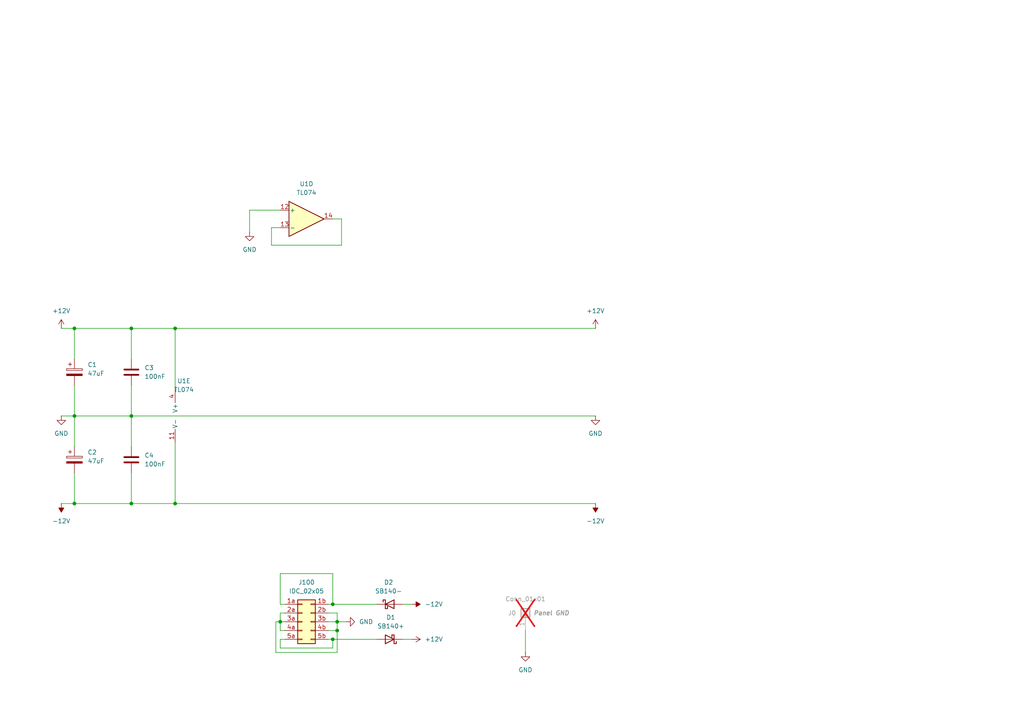
<source format=kicad_sch>
(kicad_sch (version 20250114) (generator "eeschema") (generator_version "9.0")
  (paper "A4")
  (title_block (title "Power Distribution") (company "DMH Instruments") (comment 1 "PCB for 5 cm Kosmo format synthesizer module"))
  (lib_symbols
    (symbol "Amplifier_Operational:TL074" (pin_names (offset 0.127))
      (property "Reference" "U" (at 0 5.08 0))
      (property "Value" "TL074" (at 0 -5.08 0))
      (symbol "TL074_1_1"
        (polyline (pts (xy -5.08 5.08) (xy 5.08 0) (xy -5.08 -5.08) (xy -5.08 5.08)) (stroke (width 0.254)) (fill (type background)))
        (pin input line (at -7.62 2.54 0) (length 2.54) (name "+") (number "3"))
        (pin input line (at -7.62 -2.54 0) (length 2.54) (name "-") (number "2"))
        (pin output line (at 7.62 0 180) (length 2.54) (name "~") (number "1"))
      )
      (symbol "TL074_2_1"
        (polyline (pts (xy -5.08 5.08) (xy 5.08 0) (xy -5.08 -5.08) (xy -5.08 5.08)) (stroke (width 0.254)) (fill (type background)))
        (pin input line (at -7.62 2.54 0) (length 2.54) (name "+") (number "5"))
        (pin input line (at -7.62 -2.54 0) (length 2.54) (name "-") (number "6"))
        (pin output line (at 7.62 0 180) (length 2.54) (name "~") (number "7"))
      )
      (symbol "TL074_3_1"
        (polyline (pts (xy -5.08 5.08) (xy 5.08 0) (xy -5.08 -5.08) (xy -5.08 5.08)) (stroke (width 0.254)) (fill (type background)))
        (pin input line (at -7.62 2.54 0) (length 2.54) (name "+") (number "10"))
        (pin input line (at -7.62 -2.54 0) (length 2.54) (name "-") (number "9"))
        (pin output line (at 7.62 0 180) (length 2.54) (name "~") (number "8"))
      )
      (symbol "TL074_4_1"
        (polyline (pts (xy -5.08 5.08) (xy 5.08 0) (xy -5.08 -5.08) (xy -5.08 5.08)) (stroke (width 0.254)) (fill (type background)))
        (pin input line (at -7.62 2.54 0) (length 2.54) (name "+") (number "12"))
        (pin input line (at -7.62 -2.54 0) (length 2.54) (name "-") (number "13"))
        (pin output line (at 7.62 0 180) (length 2.54) (name "~") (number "14"))
      )
      (symbol "TL074_5_1"
        (pin power_in line (at -2.54 7.62 270) (length 3.81) (name "V+") (number "4"))
        (pin power_in line (at -2.54 -7.62 90) (length 3.81) (name "V-") (number "11"))
      )
    )
    (symbol "Connector_Generic:Conn_01x01" (pin_names (offset 1.016) (hide yes))
      (property "Reference" "J" (at 0 2.54 0))
      (property "Value" "Conn_01x01" (at 0 -2.54 0))
      (symbol "Conn_01x01_1_1"
        (rectangle (start -1.27 1.27) (end 1.27 -1.27) (stroke (width 0.254)) (fill (type background)))
        (rectangle (start -1.27 0.127) (end 0 -0.127) (stroke (width 0.1524)))
        (pin passive line (at -5.08 0 0) (length 3.81) (name "Pin_1") (number "1"))
      )
    )
    (symbol "Device:C" (pin_numbers (hide yes)) (pin_names (offset 0.254))
      (property "Reference" "C" (at 0.635 2.54 0))
      (property "Value" "C" (at 0.635 -2.54 0))
      (symbol "C_0_1"
        (polyline (pts (xy -2.032 0.762) (xy 2.032 0.762)) (stroke (width 0.508)))
        (polyline (pts (xy -2.032 -0.762) (xy 2.032 -0.762)) (stroke (width 0.508)))
      )
      (symbol "C_1_1"
        (pin passive line (at 0 3.81 270) (length 2.794) (name "~") (number "1"))
        (pin passive line (at 0 -3.81 90) (length 2.794) (name "~") (number "2"))
      )
    )
    (symbol "Device:C_Polarized" (pin_numbers (hide yes)) (pin_names (offset 0.254))
      (property "Reference" "C" (at 0.635 2.54 0))
      (property "Value" "C_Polarized" (at 0.635 -2.54 0))
      (symbol "C_Polarized_0_1"
        (rectangle (start -2.286 0.508) (end 2.286 1.016))
        (polyline (pts (xy -1.778 2.286) (xy -0.762 2.286)))
        (polyline (pts (xy -1.27 2.794) (xy -1.27 1.778)))
        (rectangle (start 2.286 -0.508) (end -2.286 -1.016) (fill (type outline)))
      )
      (symbol "C_Polarized_1_1"
        (pin passive line (at 0 3.81 270) (length 2.794) (name "~") (number "1"))
        (pin passive line (at 0 -3.81 90) (length 2.794) (name "~") (number "2"))
      )
    )
    (symbol "SynthStuff:Eurorack_Power_Connector_10Pin" (pin_names (offset 1.016) (hide yes))
      (property "Reference" "J" (at 0 -10.922 0))
      (property "Value" "IDC_02x05" (at 0 -8.382 0))
      (symbol "Eurorack_Power_Connector_10Pin_1_1"
        (rectangle (start -2.54 6.35) (end 2.54 -6.35) (stroke (width 0.254)) (fill (type background)))
        (rectangle (start -2.54 5.207) (end -1.27 4.953) (stroke (width 0.1524)))
        (rectangle (start -2.54 2.667) (end -1.27 2.413) (stroke (width 0.1524)))
        (rectangle (start -2.54 0.127) (end -1.27 -0.127) (stroke (width 0.1524)))
        (rectangle (start -2.54 -2.413) (end -1.27 -2.667) (stroke (width 0.1524)))
        (rectangle (start -2.54 -4.953) (end -1.27 -5.207) (stroke (width 0.1524)))
        (rectangle (start 2.54 5.207) (end 1.27 4.953) (stroke (width 0.1524)))
        (rectangle (start 2.54 2.667) (end 1.27 2.413) (stroke (width 0.1524)))
        (rectangle (start 2.54 0.127) (end 1.27 -0.127) (stroke (width 0.1524)))
        (rectangle (start 2.54 -2.413) (end 1.27 -2.667) (stroke (width 0.1524)))
        (rectangle (start 2.54 -4.953) (end 1.27 -5.207) (stroke (width 0.1524)))
        (pin power_out line (at -6.35 5.08 0) (length 3.81) (name "Pin_1a") (number "1a"))
        (pin power_out line (at -6.35 2.54 0) (length 3.81) (name "Pin_2a") (number "2a"))
        (pin passive line (at -6.35 0 0) (length 3.81) (name "Pin_3a") (number "3a"))
        (pin passive line (at -6.35 -2.54 0) (length 3.81) (name "Pin_4a") (number "4a"))
        (pin power_out line (at -6.35 -5.08 0) (length 3.81) (name "Pin_5a") (number "5a"))
        (pin passive line (at 6.35 5.08 180) (length 3.81) (name "Pin_1b") (number "1b"))
        (pin passive line (at 6.35 2.54 180) (length 3.81) (name "Pin_2b") (number "2b"))
        (pin passive line (at 6.35 0 180) (length 3.81) (name "Pin_3b") (number "3b"))
        (pin passive line (at 6.35 -2.54 180) (length 3.81) (name "Pin_4b") (number "4b"))
        (pin passive line (at 6.35 -5.08 180) (length 3.81) (name "Pin_5b") (number "5b"))
      )
    )
    (symbol "SynthStuff:Power_Bus_Schotty_+" (pin_numbers (hide yes)) (pin_names (offset 1.016) (hide yes))
      (property "Reference" "D" (at 0 2.54 0))
      (property "Value" "SB140+" (at 0 -2.54 0))
      (symbol "Power_Bus_Schotty_+_0_1"
        (polyline (pts (xy -1.905 0.635) (xy -1.905 1.27) (xy -1.27 1.27) (xy -1.27 -1.27) (xy -0.635 -1.27) (xy -0.635 -0.635)) (stroke (width 0.254)))
        (polyline (pts (xy 1.27 1.27) (xy 1.27 -1.27) (xy -1.27 0) (xy 1.27 1.27)) (stroke (width 0.254)))
        (polyline (pts (xy 1.27 0) (xy -1.27 0)))
      )
      (symbol "Power_Bus_Schotty_+_1_1"
        (pin power_out line (at -3.81 0 0) (length 2.54) (name "K") (number "1"))
        (pin power_in line (at 3.81 0 180) (length 2.54) (name "A") (number "2"))
      )
    )
    (symbol "SynthStuff:Power_Bus_Schotty_-" (pin_numbers (hide yes)) (pin_names (offset 1.016) (hide yes))
      (property "Reference" "D" (at 0 2.54 0))
      (property "Value" "SB140-" (at 0 -2.54 0))
      (symbol "Power_Bus_Schotty_-_0_1"
        (polyline (pts (xy -1.905 0.635) (xy -1.905 1.27) (xy -1.27 1.27) (xy -1.27 -1.27) (xy -0.635 -1.27) (xy -0.635 -0.635)) (stroke (width 0.254)))
        (polyline (pts (xy 1.27 1.27) (xy 1.27 -1.27) (xy -1.27 0) (xy 1.27 1.27)) (stroke (width 0.254)))
        (polyline (pts (xy 1.27 0) (xy -1.27 0)))
      )
      (symbol "Power_Bus_Schotty_-_1_1"
        (pin power_in line (at -3.81 0 0) (length 2.54) (name "K") (number "1"))
        (pin power_out line (at 3.81 0 180) (length 2.54) (name "A") (number "2"))
      )
    )
    (symbol "power:+12V" (power) (pin_numbers (hide yes)) (pin_names (offset 0) (hide yes))
      (property "Value" "+12V" (at 0 3.556 0))
      (symbol "+12V_0_1"
        (polyline (pts (xy -0.762 1.27) (xy 0 2.54)))
        (polyline (pts (xy 0 2.54) (xy 0.762 1.27)))
        (polyline (pts (xy 0 0) (xy 0 2.54)))
      )
      (symbol "+12V_1_1"
        (pin power_in line (at 0 0 90) (length 0) (name "~") (number "1"))
      )
    )
    (symbol "power:-12V" (power) (pin_numbers (hide yes)) (pin_names (offset 0) (hide yes))
      (property "Value" "-12V" (at 0 3.556 0))
      (symbol "-12V_0_0"
        (pin power_in line (at 0 0 90) (length 0) (name "~") (number "1"))
      )
      (symbol "-12V_0_1"
        (polyline (pts (xy 0 0) (xy 0 1.27) (xy 0.762 1.27) (xy 0 2.54) (xy -0.762 1.27) (xy 0 1.27)) (fill (type outline)))
      )
    )
    (symbol "power:GND" (power) (pin_numbers (hide yes)) (pin_names (offset 0) (hide yes))
      (property "Value" "GND" (at 0 -3.81 0))
      (symbol "GND_0_1"
        (polyline (pts (xy 0 0) (xy 0 -1.27) (xy 1.27 -1.27) (xy 0 -2.54) (xy -1.27 -1.27) (xy 0 -1.27)))
      )
      (symbol "GND_1_1"
        (pin power_in line (at 0 0 270) (length 0) (name "~") (number "1"))
      )
    )
  )
  (junction (at 81.28 180.34))
  (junction (at 97.79 180.34))
  (junction (at 21.59 95.25))
  (junction (at 38.1 95.25))
  (junction (at 96.52 175.26))
  (junction (at 97.79 182.88))
  (junction (at 21.59 146.05))
  (junction (at 96.52 185.42))
  (junction (at 50.8 95.25))
  (junction (at 38.1 120.65))
  (junction (at 21.59 120.65))
  (junction (at 38.1 146.05))
  (junction (at 50.8 146.05))
  (wire (pts (xy 96.52 175.26) (xy 109.22 175.26)))
  (wire (pts (xy 81.28 60.96) (xy 72.39 60.96)))
  (wire (pts (xy 81.28 166.37) (xy 96.52 166.37)))
  (wire (pts (xy 50.8 146.05) (xy 172.72 146.05)))
  (wire (pts (xy 81.28 180.34) (xy 80.01 180.34)))
  (wire (pts (xy 50.8 128.27) (xy 50.8 146.05)))
  (wire (pts (xy 95.25 185.42) (xy 96.52 185.42)))
  (wire (pts (xy 72.39 60.96) (xy 72.39 67.31)))
  (wire (pts (xy 17.78 120.65) (xy 21.59 120.65)))
  (wire (pts (xy 38.1 95.25) (xy 50.8 95.25)))
  (wire (pts (xy 21.59 120.65) (xy 38.1 120.65)))
  (wire (pts (xy 81.28 177.8) (xy 82.55 177.8)))
  (wire (pts (xy 21.59 146.05) (xy 38.1 146.05)))
  (wire (pts (xy 95.25 180.34) (xy 97.79 180.34)))
  (wire (pts (xy 97.79 189.23) (xy 97.79 182.88)))
  (wire (pts (xy 116.84 185.42) (xy 119.38 185.42)))
  (wire (pts (xy 82.55 182.88) (xy 81.28 182.88)))
  (wire (pts (xy 81.28 175.26) (xy 81.28 166.37)))
  (wire (pts (xy 21.59 95.25) (xy 21.59 104.14)))
  (wire (pts (xy 50.8 95.25) (xy 50.8 113.03)))
  (wire (pts (xy 96.52 166.37) (xy 96.52 175.26)))
  (wire (pts (xy 17.78 95.25) (xy 21.59 95.25)))
  (wire (pts (xy 152.4 182.88) (xy 152.4 189.23)))
  (wire (pts (xy 81.28 182.88) (xy 81.28 180.34)))
  (wire (pts (xy 21.59 95.25) (xy 38.1 95.25)))
  (wire (pts (xy 38.1 146.05) (xy 50.8 146.05)))
  (wire (pts (xy 78.74 71.12) (xy 99.06 71.12)))
  (wire (pts (xy 38.1 95.25) (xy 38.1 104.14)))
  (wire (pts (xy 82.55 175.26) (xy 81.28 175.26)))
  (wire (pts (xy 50.8 95.25) (xy 172.72 95.25)))
  (wire (pts (xy 97.79 177.8) (xy 97.79 180.34)))
  (wire (pts (xy 21.59 111.76) (xy 21.59 120.65)))
  (wire (pts (xy 82.55 185.42) (xy 81.28 185.42)))
  (wire (pts (xy 116.84 175.26) (xy 119.38 175.26)))
  (wire (pts (xy 21.59 120.65) (xy 21.59 129.54)))
  (wire (pts (xy 81.28 185.42) (xy 81.28 187.96)))
  (wire (pts (xy 95.25 182.88) (xy 97.79 182.88)))
  (wire (pts (xy 95.25 177.8) (xy 97.79 177.8)))
  (wire (pts (xy 99.06 63.5) (xy 96.52 63.5)))
  (wire (pts (xy 78.74 66.04) (xy 78.74 71.12)))
  (wire (pts (xy 81.28 180.34) (xy 82.55 180.34)))
  (wire (pts (xy 38.1 137.16) (xy 38.1 146.05)))
  (wire (pts (xy 81.28 187.96) (xy 96.52 187.96)))
  (wire (pts (xy 97.79 180.34) (xy 100.33 180.34)))
  (wire (pts (xy 38.1 111.76) (xy 38.1 120.65)))
  (wire (pts (xy 38.1 120.65) (xy 172.72 120.65)))
  (wire (pts (xy 80.01 189.23) (xy 97.79 189.23)))
  (wire (pts (xy 80.01 180.34) (xy 80.01 189.23)))
  (wire (pts (xy 21.59 137.16) (xy 21.59 146.05)))
  (wire (pts (xy 96.52 187.96) (xy 96.52 185.42)))
  (wire (pts (xy 97.79 182.88) (xy 97.79 180.34)))
  (wire (pts (xy 17.78 146.05) (xy 21.59 146.05)))
  (wire (pts (xy 81.28 66.04) (xy 78.74 66.04)))
  (wire (pts (xy 81.28 180.34) (xy 81.28 177.8)))
  (wire (pts (xy 95.25 175.26) (xy 96.52 175.26)))
  (wire (pts (xy 99.06 71.12) (xy 99.06 63.5)))
  (wire (pts (xy 96.52 185.42) (xy 109.22 185.42)))
  (wire (pts (xy 38.1 120.65) (xy 38.1 129.54)))
  (symbol (lib_id "Device:C") (at 38.1 107.95 0) (unit 1)
    (property "Reference" "C3" (at 41.91 106.6799 0) (effects (justify left)))
    (property "Value" "100nF" (at 41.91 109.2199 0) (effects (justify left)))
    (property "Footprint" "Capacitor_THT:C_Disc_D4.3mm_W1.9mm_P5.00mm" (effects (hide yes)))
    (property "Description" "Unpolarized capacitor" (effects (hide yes)))
  )
  (symbol (lib_id "Device:C_Polarized") (at 21.59 133.35 0) (unit 1)
    (property "Reference" "C2" (at 25.4 131.1909 0) (effects (justify left)))
    (property "Value" "47uF" (at 25.4 133.7309 0) (effects (justify left)))
    (property "Footprint" "Capacitor_THT:CP_Radial_D5.0mm_P2.00mm" (effects (hide yes)))
    (property "Description" "Polarized capacitor" (effects (hide yes)))
  )
  (symbol (lib_id "Connector_Generic:Conn_01x01") (at 152.4 177.8 90) (unit 1) (in_bom no) (dnp yes)
    (property "Reference" "J0" (at 147.32 177.8 90) (effects (justify right)))
    (property "Value" "Conn_01x01" (at 152.4 173.736 90))
    (property "Footprint" "Connector_PinHeader_2.54mm:PinHeader_1x01_P2.54mm_Vertical" (effects (hide yes)))
    (property "Description" "Generic connector, single row, 01x01, script generated (kicad-library-utils/schlib/autogen/connector/)" (effects (hide yes)))
    (property "Function" "Panel GND" (at 160.02 177.8 90) (effects (font (thickness 0.254) (bold yes) (italic yes))))
  )
  (symbol (lib_id "power:+12V") (at 17.78 95.25 0) (unit 1)
    (property "Reference" "#PWR013" (effects (hide yes)))
    (property "Value" "+12V" (at 17.78 90.17 0))
    (property "Description" "Power symbol creates a global label with name \"+12V\"" (effects (hide yes)))
  )
  (symbol (lib_id "power:-12V") (at 119.38 175.26 270) (unit 1)
    (property "Reference" "#PWR05" (effects (hide yes)))
    (property "Value" "-12V" (at 123.19 175.2599 90) (effects (justify left)))
    (property "Description" "Power symbol creates a global label with name \"-12V\"" (effects (hide yes)))
  )
  (symbol (lib_id "power:-12V") (at 17.78 146.05 180) (unit 1)
    (property "Reference" "#PWR017" (effects (hide yes)))
    (property "Value" "-12V" (at 17.78 151.13 0))
    (property "Description" "Power symbol creates a global label with name \"-12V\"" (effects (hide yes)))
  )
  (symbol (lib_id "SynthStuff:Eurorack_Power_Connector_10Pin") (at 88.9 180.34 0) (unit 1)
    (property "Reference" "J100" (at 88.9 168.91 0))
    (property "Value" "IDC_02x05" (at 88.9 171.45 0))
    (property "Footprint" "SynthStuff:IDC-Header_2x05_P2.54mm_Vertical_Eurorack" (effects (hide yes)))
    (property "Description" "IDC jack, 2x5 pins, row a carries same signals as row b." (effects (hide yes)))
  )
  (symbol (lib_id "power:GND") (at 152.4 189.23 0) (unit 1)
    (property "Reference" "#PWR08" (effects (hide yes)))
    (property "Value" "GND" (at 152.4 194.31 0))
    (property "Description" "Power symbol creates a global label with name \"GND\" , ground" (effects (hide yes)))
  )
  (symbol (lib_id "Device:C") (at 38.1 133.35 0) (unit 1)
    (property "Reference" "C4" (at 41.91 132.0799 0) (effects (justify left)))
    (property "Value" "100nF" (at 41.91 134.6199 0) (effects (justify left)))
    (property "Footprint" "Capacitor_THT:C_Disc_D4.3mm_W1.9mm_P5.00mm" (effects (hide yes)))
    (property "Description" "Unpolarized capacitor" (effects (hide yes)))
  )
  (symbol (lib_id "power:GND") (at 17.78 120.65 0) (unit 1)
    (property "Reference" "#PWR015" (effects (hide yes)))
    (property "Value" "GND" (at 17.78 125.73 0))
    (property "Description" "Power symbol creates a global label with name \"GND\" , ground" (effects (hide yes)))
  )
  (symbol (lib_id "power:+12V") (at 172.72 95.25 0) (unit 1)
    (property "Reference" "#PWR014" (effects (hide yes)))
    (property "Value" "+12V" (at 172.72 90.17 0))
    (property "Description" "Power symbol creates a global label with name \"+12V\"" (effects (hide yes)))
  )
  (symbol (lib_id "power:GND") (at 172.72 120.65 0) (unit 1)
    (property "Reference" "#PWR016" (effects (hide yes)))
    (property "Value" "GND" (at 172.72 125.73 0))
    (property "Description" "Power symbol creates a global label with name \"GND\" , ground" (effects (hide yes)))
  )
  (symbol (lib_id "SynthStuff:Power_Bus_Schotty_+") (at 113.03 185.42 180) (unit 1)
    (property "Reference" "D1" (at 113.3475 179.07 0))
    (property "Value" "SB140+" (at 113.3475 181.61 0))
    (property "Footprint" "Diode_THT:D_DO-41_SOD81_P10.16mm_Horizontal" (effects (hide yes)))
    (property "Datasheet" "http://www.diodes.com/_files/datasheets/ds23022.pdf" (effects (hide yes)))
    (property "Description" "40V 1A Schottky Barrier Rectifier Diode, DO-41" (effects (hide yes)))
  )
  (symbol (lib_id "power:GND") (at 72.39 67.31 0) (unit 1)
    (property "Reference" "#PWR019" (effects (hide yes)))
    (property "Value" "GND" (at 72.39 72.39 0))
    (property "Description" "Power symbol creates a global label with name \"GND\" , ground" (effects (hide yes)))
  )
  (symbol (lib_id "Amplifier_Operational:TL074") (at 53.34 120.65 0) (unit 5)
    (property "Reference" "U1" (at 53.34 110.49 0))
    (property "Value" "TL074" (at 53.34 113.03 0))
    (property "Footprint" "Package_DIP:DIP-14_W7.62mm_Socket" (effects (hide yes)))
    (property "Datasheet" "http://www.ti.com/lit/ds/symlink/tl071.pdf" (effects (hide yes)))
    (property "Description" "Quad Low-Noise JFET-Input Operational Amplifiers, DIP-14/SOIC-14" (effects (hide yes)))
  )
  (symbol (lib_id "Amplifier_Operational:TL074") (at 88.9 63.5 0) (unit 4)
    (property "Reference" "U1" (at 88.9 53.34 0))
    (property "Value" "TL074" (at 88.9 55.88 0))
    (property "Footprint" "Package_DIP:DIP-14_W7.62mm_Socket" (effects (hide yes)))
    (property "Datasheet" "http://www.ti.com/lit/ds/symlink/tl071.pdf" (effects (hide yes)))
    (property "Description" "Quad Low-Noise JFET-Input Operational Amplifiers, DIP-14/SOIC-14" (effects (hide yes)))
  )
  (symbol (lib_id "power:+12V") (at 119.38 185.42 270) (unit 1)
    (property "Reference" "#PWR06" (effects (hide yes)))
    (property "Value" "+12V" (at 123.19 185.4199 90) (effects (justify left)))
    (property "Description" "Power symbol creates a global label with name \"+12V\"" (effects (hide yes)))
  )
  (symbol (lib_id "Device:C_Polarized") (at 21.59 107.95 0) (unit 1)
    (property "Reference" "C1" (at 25.4 105.7909 0) (effects (justify left)))
    (property "Value" "47uF" (at 25.4 108.3309 0) (effects (justify left)))
    (property "Footprint" "Capacitor_THT:CP_Radial_D5.0mm_P2.00mm" (effects (hide yes)))
    (property "Description" "Polarized capacitor" (effects (hide yes)))
  )
  (symbol (lib_id "power:-12V") (at 172.72 146.05 180) (unit 1)
    (property "Reference" "#PWR018" (effects (hide yes)))
    (property "Value" "-12V" (at 172.72 151.13 0))
    (property "Description" "Power symbol creates a global label with name \"-12V\"" (effects (hide yes)))
  )
  (symbol (lib_id "SynthStuff:Power_Bus_Schotty_-") (at 113.03 175.26 0) (unit 1)
    (property "Reference" "D2" (at 112.7125 168.91 0))
    (property "Value" "SB140-" (at 112.7125 171.45 0))
    (property "Footprint" "Diode_THT:D_DO-41_SOD81_P10.16mm_Horizontal" (effects (hide yes)))
    (property "Datasheet" "http://www.diodes.com/_files/datasheets/ds23022.pdf" (effects (hide yes)))
    (property "Description" "40V 1A Schottky Barrier Rectifier Diode, DO-41" (effects (hide yes)))
  )
  (symbol (lib_id "power:GND") (at 100.33 180.34 90) (unit 1)
    (property "Reference" "#PWR07" (effects (hide yes)))
    (property "Value" "GND" (at 104.14 180.3399 90) (effects (justify right)))
    (property "Description" "Power symbol creates a global label with name \"GND\" , ground" (effects (hide yes)))
  )
)
</source>
